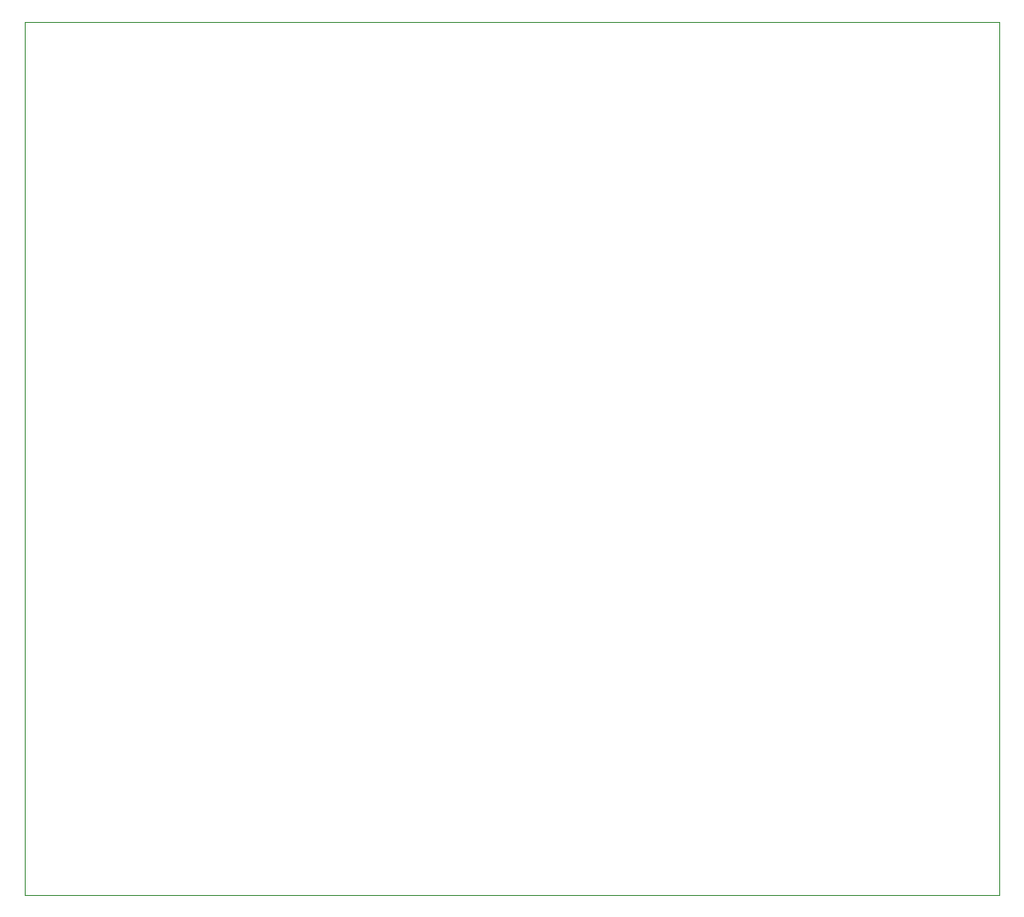
<source format=gbr>
%TF.GenerationSoftware,KiCad,Pcbnew,6.0.9-8da3e8f707~116~ubuntu20.04.1*%
%TF.CreationDate,2022-11-14T15:11:31+01:00*%
%TF.ProjectId,kosmos_V3_PCB,6b6f736d-6f73-45f5-9633-5f5043422e6b,rev?*%
%TF.SameCoordinates,Original*%
%TF.FileFunction,Profile,NP*%
%FSLAX46Y46*%
G04 Gerber Fmt 4.6, Leading zero omitted, Abs format (unit mm)*
G04 Created by KiCad (PCBNEW 6.0.9-8da3e8f707~116~ubuntu20.04.1) date 2022-11-14 15:11:31*
%MOMM*%
%LPD*%
G01*
G04 APERTURE LIST*
%TA.AperFunction,Profile*%
%ADD10C,0.100000*%
%TD*%
G04 APERTURE END LIST*
D10*
X87630000Y-45085000D02*
X177630000Y-45085000D01*
X177630000Y-45085000D02*
X177630000Y-125730000D01*
X87630000Y-45085000D02*
X87630000Y-125730000D01*
X87630000Y-125730000D02*
X177630000Y-125730000D01*
M02*

</source>
